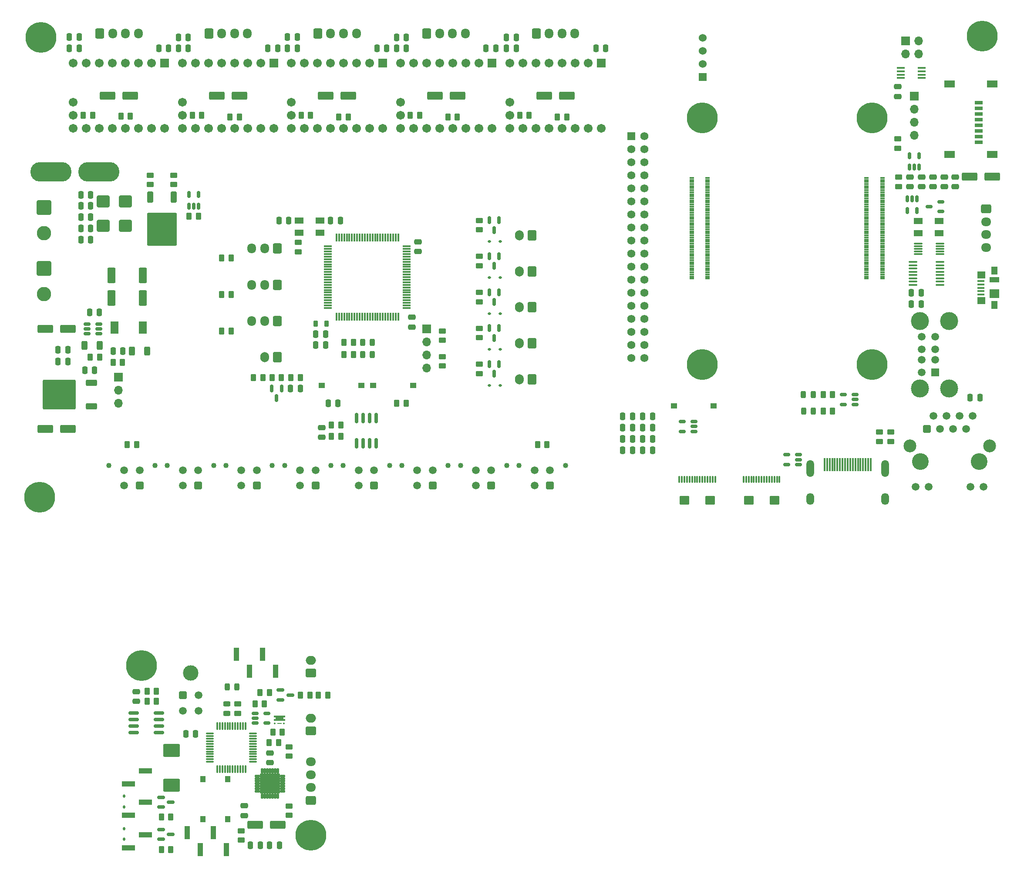
<source format=gbr>
%TF.GenerationSoftware,KiCad,Pcbnew,8.0.9*%
%TF.CreationDate,2025-08-04T10:44:23+12:00*%
%TF.ProjectId,xymatics-e64,78796d61-7469-4637-932d-6536342e6b69,rev?*%
%TF.SameCoordinates,Original*%
%TF.FileFunction,Soldermask,Top*%
%TF.FilePolarity,Negative*%
%FSLAX46Y46*%
G04 Gerber Fmt 4.6, Leading zero omitted, Abs format (unit mm)*
G04 Created by KiCad (PCBNEW 8.0.9) date 2025-08-04 10:44:23*
%MOMM*%
%LPD*%
G01*
G04 APERTURE LIST*
G04 Aperture macros list*
%AMRoundRect*
0 Rectangle with rounded corners*
0 $1 Rounding radius*
0 $2 $3 $4 $5 $6 $7 $8 $9 X,Y pos of 4 corners*
0 Add a 4 corners polygon primitive as box body*
4,1,4,$2,$3,$4,$5,$6,$7,$8,$9,$2,$3,0*
0 Add four circle primitives for the rounded corners*
1,1,$1+$1,$2,$3*
1,1,$1+$1,$4,$5*
1,1,$1+$1,$6,$7*
1,1,$1+$1,$8,$9*
0 Add four rect primitives between the rounded corners*
20,1,$1+$1,$2,$3,$4,$5,0*
20,1,$1+$1,$4,$5,$6,$7,0*
20,1,$1+$1,$6,$7,$8,$9,0*
20,1,$1+$1,$8,$9,$2,$3,0*%
%AMFreePoly0*
4,1,15,1.100000,0.175000,0.750000,0.175000,0.750000,-0.175000,1.100000,-0.175000,1.100000,-0.475000,0.750000,-0.475000,-0.750000,-0.475000,-1.100000,-0.475000,-1.100000,-0.175000,-0.750000,-0.175000,-0.750000,0.175000,-1.100000,0.175000,-1.100000,0.475000,1.100000,0.475000,1.100000,0.175000,1.100000,0.175000,$1*%
G04 Aperture macros list end*
%ADD10RoundRect,0.250000X-0.262500X-0.450000X0.262500X-0.450000X0.262500X0.450000X-0.262500X0.450000X0*%
%ADD11RoundRect,0.250000X0.262500X0.450000X-0.262500X0.450000X-0.262500X-0.450000X0.262500X-0.450000X0*%
%ADD12RoundRect,0.250000X-0.250000X-0.475000X0.250000X-0.475000X0.250000X0.475000X-0.250000X0.475000X0*%
%ADD13R,2.510000X1.000000*%
%ADD14RoundRect,0.250000X0.600000X0.750000X-0.600000X0.750000X-0.600000X-0.750000X0.600000X-0.750000X0*%
%ADD15O,1.700000X2.000000*%
%ADD16RoundRect,0.250000X0.250000X0.475000X-0.250000X0.475000X-0.250000X-0.475000X0.250000X-0.475000X0*%
%ADD17RoundRect,0.250000X0.550000X-1.250000X0.550000X1.250000X-0.550000X1.250000X-0.550000X-1.250000X0*%
%ADD18RoundRect,0.075000X-0.075000X0.662500X-0.075000X-0.662500X0.075000X-0.662500X0.075000X0.662500X0*%
%ADD19RoundRect,0.075000X-0.662500X0.075000X-0.662500X-0.075000X0.662500X-0.075000X0.662500X0.075000X0*%
%ADD20RoundRect,0.102000X-0.754000X0.754000X-0.754000X-0.754000X0.754000X-0.754000X0.754000X0.754000X0*%
%ADD21C,1.712000*%
%ADD22RoundRect,0.250000X0.475000X-0.250000X0.475000X0.250000X-0.475000X0.250000X-0.475000X-0.250000X0*%
%ADD23C,1.020000*%
%ADD24RoundRect,0.250001X0.499999X0.499999X-0.499999X0.499999X-0.499999X-0.499999X0.499999X-0.499999X0*%
%ADD25C,1.500000*%
%ADD26RoundRect,0.150000X0.512500X0.150000X-0.512500X0.150000X-0.512500X-0.150000X0.512500X-0.150000X0*%
%ADD27RoundRect,0.218750X-0.218750X-0.381250X0.218750X-0.381250X0.218750X0.381250X-0.218750X0.381250X0*%
%ADD28RoundRect,0.150000X-0.150000X0.587500X-0.150000X-0.587500X0.150000X-0.587500X0.150000X0.587500X0*%
%ADD29RoundRect,0.250000X-1.250000X-0.550000X1.250000X-0.550000X1.250000X0.550000X-1.250000X0.550000X0*%
%ADD30R,1.700000X1.700000*%
%ADD31O,1.700000X1.700000*%
%ADD32RoundRect,0.250000X0.725000X-0.600000X0.725000X0.600000X-0.725000X0.600000X-0.725000X-0.600000X0*%
%ADD33O,1.950000X1.700000*%
%ADD34RoundRect,0.075000X-0.075000X-0.610000X0.075000X-0.610000X0.075000X0.610000X-0.075000X0.610000X0*%
%ADD35RoundRect,0.250250X-0.699750X-0.624750X0.699750X-0.624750X0.699750X0.624750X-0.699750X0.624750X0*%
%ADD36C,6.000000*%
%ADD37RoundRect,0.250000X-1.400000X-1.000000X1.400000X-1.000000X1.400000X1.000000X-1.400000X1.000000X0*%
%ADD38RoundRect,0.100000X0.712500X0.100000X-0.712500X0.100000X-0.712500X-0.100000X0.712500X-0.100000X0*%
%ADD39RoundRect,0.250000X-0.450000X0.262500X-0.450000X-0.262500X0.450000X-0.262500X0.450000X0.262500X0*%
%ADD40RoundRect,0.112500X0.187500X0.112500X-0.187500X0.112500X-0.187500X-0.112500X0.187500X-0.112500X0*%
%ADD41R,1.250000X1.000000*%
%ADD42RoundRect,0.250000X-0.600000X-0.725000X0.600000X-0.725000X0.600000X0.725000X-0.600000X0.725000X0*%
%ADD43O,1.700000X1.950000*%
%ADD44RoundRect,0.250000X0.850000X0.350000X-0.850000X0.350000X-0.850000X-0.350000X0.850000X-0.350000X0*%
%ADD45RoundRect,0.249997X2.950003X2.650003X-2.950003X2.650003X-2.950003X-2.650003X2.950003X-2.650003X0*%
%ADD46RoundRect,0.250000X1.250000X0.550000X-1.250000X0.550000X-1.250000X-0.550000X1.250000X-0.550000X0*%
%ADD47R,1.000000X1.250000*%
%ADD48RoundRect,0.150000X0.150000X-0.512500X0.150000X0.512500X-0.150000X0.512500X-0.150000X-0.512500X0*%
%ADD49RoundRect,0.250000X1.000000X0.900000X-1.000000X0.900000X-1.000000X-0.900000X1.000000X-0.900000X0*%
%ADD50R,1.524000X0.457200*%
%ADD51RoundRect,0.250000X0.600000X0.725000X-0.600000X0.725000X-0.600000X-0.725000X0.600000X-0.725000X0*%
%ADD52RoundRect,0.150000X-0.587500X-0.150000X0.587500X-0.150000X0.587500X0.150000X-0.587500X0.150000X0*%
%ADD53RoundRect,0.250000X0.312500X0.625000X-0.312500X0.625000X-0.312500X-0.625000X0.312500X-0.625000X0*%
%ADD54RoundRect,0.250000X0.450000X-0.262500X0.450000X0.262500X-0.450000X0.262500X-0.450000X-0.262500X0*%
%ADD55C,3.250000*%
%ADD56RoundRect,0.250500X-0.499500X-0.499500X0.499500X-0.499500X0.499500X0.499500X-0.499500X0.499500X0*%
%ADD57C,2.500000*%
%ADD58R,1.000000X2.510000*%
%ADD59R,1.500000X1.500000*%
%ADD60C,3.500000*%
%ADD61RoundRect,0.150000X-0.512500X-0.150000X0.512500X-0.150000X0.512500X0.150000X-0.512500X0.150000X0*%
%ADD62RoundRect,0.243750X0.243750X0.456250X-0.243750X0.456250X-0.243750X-0.456250X0.243750X-0.456250X0*%
%ADD63RoundRect,0.250000X0.750000X-0.600000X0.750000X0.600000X-0.750000X0.600000X-0.750000X-0.600000X0*%
%ADD64O,2.000000X1.700000*%
%ADD65RoundRect,0.102000X-0.685000X0.685000X-0.685000X-0.685000X0.685000X-0.685000X0.685000X0.685000X0*%
%ADD66C,1.574000*%
%ADD67C,3.000000*%
%ADD68RoundRect,0.250001X-0.499999X-0.499999X0.499999X-0.499999X0.499999X0.499999X-0.499999X0.499999X0*%
%ADD69RoundRect,0.250000X-0.475000X0.250000X-0.475000X-0.250000X0.475000X-0.250000X0.475000X0.250000X0*%
%ADD70RoundRect,0.243750X-0.243750X-0.456250X0.243750X-0.456250X0.243750X0.456250X-0.243750X0.456250X0*%
%ADD71R,1.500000X0.800000*%
%ADD72R,2.000000X1.450000*%
%ADD73RoundRect,0.150000X-0.825000X-0.150000X0.825000X-0.150000X0.825000X0.150000X-0.825000X0.150000X0*%
%ADD74RoundRect,0.150000X-0.150000X0.512500X-0.150000X-0.512500X0.150000X-0.512500X0.150000X0.512500X0*%
%ADD75RoundRect,0.243750X0.456250X-0.243750X0.456250X0.243750X-0.456250X0.243750X-0.456250X-0.243750X0*%
%ADD76RoundRect,0.112500X-0.112500X0.187500X-0.112500X-0.187500X0.112500X-0.187500X0.112500X0.187500X0*%
%ADD77R,1.524000X1.524000*%
%ADD78C,1.524000*%
%ADD79R,1.500000X2.400000*%
%ADD80RoundRect,0.102000X-0.350000X0.100000X-0.350000X-0.100000X0.350000X-0.100000X0.350000X0.100000X0*%
%ADD81C,6.004000*%
%ADD82RoundRect,0.075000X-0.725000X-0.075000X0.725000X-0.075000X0.725000X0.075000X-0.725000X0.075000X0*%
%ADD83RoundRect,0.075000X-0.075000X-0.725000X0.075000X-0.725000X0.075000X0.725000X-0.075000X0.725000X0*%
%ADD84RoundRect,0.059250X-0.177750X0.447750X-0.177750X-0.447750X0.177750X-0.447750X0.177750X0.447750X0*%
%ADD85RoundRect,0.059250X-0.447750X0.177750X-0.447750X-0.177750X0.447750X-0.177750X0.447750X0.177750X0*%
%ADD86RoundRect,0.102000X-1.850000X1.850000X-1.850000X-1.850000X1.850000X-1.850000X1.850000X1.850000X0*%
%ADD87R,1.380000X0.450000*%
%ADD88R,1.300000X1.650000*%
%ADD89R,1.550000X1.425000*%
%ADD90R,1.900000X1.800000*%
%ADD91R,1.900000X1.000000*%
%ADD92RoundRect,0.250000X-0.725000X0.600000X-0.725000X-0.600000X0.725000X-0.600000X0.725000X0.600000X0*%
%ADD93RoundRect,0.087500X-0.725000X-0.087500X0.725000X-0.087500X0.725000X0.087500X-0.725000X0.087500X0*%
%ADD94RoundRect,0.250001X-1.149999X1.149999X-1.149999X-1.149999X1.149999X-1.149999X1.149999X1.149999X0*%
%ADD95C,2.800000*%
%ADD96RoundRect,0.250000X-0.350000X0.850000X-0.350000X-0.850000X0.350000X-0.850000X0.350000X0.850000X0*%
%ADD97RoundRect,0.249997X-2.650003X2.950003X-2.650003X-2.950003X2.650003X-2.950003X2.650003X2.950003X0*%
%ADD98R,1.800000X1.200000*%
%ADD99FreePoly0,0.000000*%
%ADD100RoundRect,0.075000X-0.100000X-0.075000X0.100000X-0.075000X0.100000X0.075000X-0.100000X0.075000X0*%
%ADD101RoundRect,0.058750X-0.376250X-0.058750X0.376250X-0.058750X0.376250X0.058750X-0.376250X0.058750X0*%
%ADD102R,0.300000X2.600000*%
%ADD103O,1.500000X3.300000*%
%ADD104O,1.500000X2.300000*%
%ADD105RoundRect,0.150000X-0.150000X0.825000X-0.150000X-0.825000X0.150000X-0.825000X0.150000X0.825000X0*%
%ADD106O,8.000000X3.800000*%
G04 APERTURE END LIST*
D10*
%TO.C,R47*%
X82387500Y-188300000D03*
X84212500Y-188300000D03*
%TD*%
D11*
%TO.C,R41*%
X81412500Y-157500000D03*
X79587500Y-157500000D03*
%TD*%
D12*
%TO.C,C71*%
X66750000Y-67400000D03*
X68650000Y-67400000D03*
%TD*%
D13*
%TO.C,J34*%
X79255000Y-185430000D03*
X75945000Y-187970000D03*
%TD*%
D14*
%TO.C,J29*%
X154500000Y-89800000D03*
D15*
X152000000Y-89800000D03*
%TD*%
D16*
%TO.C,C31*%
X126200000Y-32425000D03*
X124300000Y-32425000D03*
%TD*%
D17*
%TO.C,C49*%
X72700000Y-81000000D03*
X72700000Y-76600000D03*
%TD*%
D18*
%TO.C,U20*%
X98750000Y-164337500D03*
X98250000Y-164337500D03*
X97750000Y-164337500D03*
X97250000Y-164337500D03*
X96750000Y-164337500D03*
X96250000Y-164337500D03*
X95750000Y-164337500D03*
X95250000Y-164337500D03*
X94750000Y-164337500D03*
X94250000Y-164337500D03*
X93750000Y-164337500D03*
X93250000Y-164337500D03*
D19*
X91837500Y-165750000D03*
X91837500Y-166250000D03*
X91837500Y-166750000D03*
X91837500Y-167250000D03*
X91837500Y-167750000D03*
X91837500Y-168250000D03*
X91837500Y-168750000D03*
X91837500Y-169250000D03*
X91837500Y-169750000D03*
X91837500Y-170250000D03*
X91837500Y-170750000D03*
X91837500Y-171250000D03*
D18*
X93250000Y-172662500D03*
X93750000Y-172662500D03*
X94250000Y-172662500D03*
X94750000Y-172662500D03*
X95250000Y-172662500D03*
X95750000Y-172662500D03*
X96250000Y-172662500D03*
X96750000Y-172662500D03*
X97250000Y-172662500D03*
X97750000Y-172662500D03*
X98250000Y-172662500D03*
X98750000Y-172662500D03*
D19*
X100162500Y-171250000D03*
X100162500Y-170750000D03*
X100162500Y-170250000D03*
X100162500Y-169750000D03*
X100162500Y-169250000D03*
X100162500Y-168750000D03*
X100162500Y-168250000D03*
X100162500Y-167750000D03*
X100162500Y-167250000D03*
X100162500Y-166750000D03*
X100162500Y-166250000D03*
X100162500Y-165750000D03*
%TD*%
D20*
%TO.C,U12*%
X104250000Y-35225000D03*
D21*
X101710000Y-35225000D03*
X99170000Y-35225000D03*
X96630000Y-35225000D03*
X94090000Y-35225000D03*
X91550000Y-35225000D03*
X89010000Y-35225000D03*
X86470000Y-35225000D03*
X104250000Y-47925000D03*
X101710000Y-47925000D03*
X99170000Y-47925000D03*
X96630000Y-47925000D03*
X94090000Y-47925000D03*
X91550000Y-47925000D03*
X89010000Y-47925000D03*
X86470000Y-47925000D03*
X86470000Y-42845000D03*
X86470000Y-45385000D03*
%TD*%
D17*
%TO.C,C48*%
X78800000Y-81000000D03*
X78800000Y-76600000D03*
%TD*%
D22*
%TO.C,C9*%
X236800000Y-59350000D03*
X236800000Y-57450000D03*
%TD*%
D23*
%TO.C,J20*%
X115350000Y-113560000D03*
X106350000Y-113560000D03*
D24*
X112350000Y-117500000D03*
D25*
X109350000Y-117500000D03*
X112350000Y-114500000D03*
X109350000Y-114500000D03*
%TD*%
D11*
%TO.C,R12*%
X139942500Y-45760000D03*
X138117500Y-45760000D03*
%TD*%
%TO.C,R48*%
X102112500Y-96500000D03*
X100287500Y-96500000D03*
%TD*%
D10*
%TO.C,R46*%
X82387500Y-182000000D03*
X84212500Y-182000000D03*
%TD*%
D22*
%TO.C,C8*%
X234650000Y-59350000D03*
X234650000Y-57450000D03*
%TD*%
D14*
%TO.C,J28*%
X154500000Y-82800000D03*
D15*
X152000000Y-82800000D03*
%TD*%
D11*
%TO.C,R52*%
X111250000Y-158250000D03*
X109425000Y-158250000D03*
%TD*%
D26*
%TO.C,U3*%
X206275000Y-113400000D03*
X206275000Y-112450000D03*
X206275000Y-111500000D03*
X204000000Y-111500000D03*
X204000000Y-113400000D03*
%TD*%
D11*
%TO.C,R43*%
X102412500Y-160000000D03*
X100587500Y-160000000D03*
%TD*%
D27*
%TO.C,L2*%
X112400000Y-86000000D03*
X114525000Y-86000000D03*
%TD*%
D12*
%TO.C,C3*%
X228250000Y-82200000D03*
X230150000Y-82200000D03*
%TD*%
D28*
%TO.C,Q6*%
X148050000Y-93862500D03*
X146150000Y-93862500D03*
X147100000Y-95737500D03*
%TD*%
D29*
%TO.C,C38*%
X135560000Y-41575000D03*
X139960000Y-41575000D03*
%TD*%
D30*
%TO.C,J9*%
X227125000Y-30925000D03*
D31*
X229665000Y-30925000D03*
X227125000Y-33465000D03*
X229665000Y-33465000D03*
%TD*%
D32*
%TO.C,J44*%
X111475000Y-178750000D03*
D33*
X111475000Y-176250000D03*
X111475000Y-173750000D03*
X111475000Y-171250000D03*
%TD*%
D12*
%TO.C,C81*%
X66750000Y-60900000D03*
X68650000Y-60900000D03*
%TD*%
D16*
%TO.C,C39*%
X168800000Y-32425000D03*
X166900000Y-32425000D03*
%TD*%
D34*
%TO.C,J4*%
X183100000Y-116270000D03*
X183600000Y-116270000D03*
X184100000Y-116270000D03*
X184600000Y-116270000D03*
X185100000Y-116270000D03*
X185600000Y-116270000D03*
X186100000Y-116270000D03*
X186600000Y-116270000D03*
X187100000Y-116270000D03*
X187600000Y-116270000D03*
X188100000Y-116270000D03*
X188600000Y-116270000D03*
X189100000Y-116270000D03*
X189600000Y-116270000D03*
X190100000Y-116270000D03*
D35*
X184100000Y-120340000D03*
X189100000Y-120340000D03*
%TD*%
D36*
%TO.C,H2*%
X111500000Y-185560000D03*
%TD*%
D26*
%TO.C,U16*%
X70237500Y-87950000D03*
X70237500Y-87000000D03*
X70237500Y-86050000D03*
X67962500Y-86050000D03*
X67962500Y-87000000D03*
X67962500Y-87950000D03*
%TD*%
D28*
%TO.C,Q4*%
X148050000Y-79862500D03*
X146150000Y-79862500D03*
X147100000Y-81737500D03*
%TD*%
D10*
%TO.C,R49*%
X103887500Y-96500000D03*
X105712500Y-96500000D03*
%TD*%
D37*
%TO.C,D14*%
X84400000Y-169000000D03*
X84400000Y-175800000D03*
%TD*%
D11*
%TO.C,R11*%
X118742500Y-45760000D03*
X116917500Y-45760000D03*
%TD*%
D38*
%TO.C,U4*%
X233837500Y-78422500D03*
X233837500Y-77787500D03*
X233837500Y-77152500D03*
X233837500Y-76517500D03*
X233837500Y-75882500D03*
X233837500Y-75247500D03*
X233837500Y-74612500D03*
X233837500Y-73977500D03*
X228562500Y-73977500D03*
X228562500Y-74612500D03*
X228562500Y-75247500D03*
X228562500Y-75882500D03*
X228562500Y-76517500D03*
X228562500Y-77152500D03*
X228562500Y-77787500D03*
X228562500Y-78422500D03*
%TD*%
D39*
%TO.C,R38*%
X137000000Y-87387500D03*
X137000000Y-89212500D03*
%TD*%
D13*
%TO.C,J33*%
X79255000Y-179130000D03*
X75945000Y-181670000D03*
%TD*%
D14*
%TO.C,J35*%
X104950000Y-92500000D03*
D15*
X102450000Y-92500000D03*
%TD*%
D16*
%TO.C,C47*%
X74900000Y-91300000D03*
X73000000Y-91300000D03*
%TD*%
D30*
%TO.C,J12*%
X134000000Y-87000000D03*
D31*
X134000000Y-89540000D03*
X134000000Y-92080000D03*
X134000000Y-94620000D03*
%TD*%
D40*
%TO.C,D5*%
X148250000Y-70000000D03*
X146150000Y-70000000D03*
%TD*%
D16*
%TO.C,C27*%
X105000000Y-32425000D03*
X103100000Y-32425000D03*
%TD*%
D29*
%TO.C,C34*%
X114360000Y-41575000D03*
X118760000Y-41575000D03*
%TD*%
D10*
%TO.C,R81*%
X117925000Y-92000000D03*
X119750000Y-92000000D03*
%TD*%
D41*
%TO.C,SW1*%
X189800000Y-102000000D03*
X182050000Y-102000000D03*
%TD*%
D12*
%TO.C,C37*%
X128100000Y-30235000D03*
X130000000Y-30235000D03*
%TD*%
D20*
%TO.C,U11*%
X83050000Y-35225000D03*
D21*
X80510000Y-35225000D03*
X77970000Y-35225000D03*
X75430000Y-35225000D03*
X72890000Y-35225000D03*
X70350000Y-35225000D03*
X67810000Y-35225000D03*
X65270000Y-35225000D03*
X83050000Y-47925000D03*
X80510000Y-47925000D03*
X77970000Y-47925000D03*
X75430000Y-47925000D03*
X72890000Y-47925000D03*
X70350000Y-47925000D03*
X67810000Y-47925000D03*
X65270000Y-47925000D03*
X65270000Y-42845000D03*
X65270000Y-45385000D03*
%TD*%
D12*
%TO.C,C85*%
X66750000Y-63000000D03*
X68650000Y-63000000D03*
%TD*%
D29*
%TO.C,C30*%
X93160000Y-41575000D03*
X97560000Y-41575000D03*
%TD*%
D42*
%TO.C,J39*%
X91610000Y-29500000D03*
D43*
X94110000Y-29500000D03*
X96610000Y-29500000D03*
X99110000Y-29500000D03*
%TD*%
D12*
%TO.C,C16*%
X176000000Y-108400000D03*
X177900000Y-108400000D03*
%TD*%
D44*
%TO.C,U17*%
X68800000Y-102080000D03*
D45*
X62500000Y-99800000D03*
D44*
X68800000Y-97520000D03*
%TD*%
D11*
%TO.C,R18*%
X153912500Y-45385000D03*
X152087500Y-45385000D03*
%TD*%
D46*
%TO.C,C5*%
X243950000Y-57400000D03*
X239550000Y-57400000D03*
%TD*%
D40*
%TO.C,D7*%
X148250000Y-84000000D03*
X146150000Y-84000000D03*
%TD*%
D39*
%TO.C,R72*%
X84760000Y-57075000D03*
X84760000Y-58900000D03*
%TD*%
D47*
%TO.C,SW5*%
X95300000Y-182375000D03*
X95300000Y-174625000D03*
%TD*%
D29*
%TO.C,C26*%
X71960000Y-41575000D03*
X76360000Y-41575000D03*
%TD*%
D46*
%TO.C,C43*%
X64200000Y-87000000D03*
X59800000Y-87000000D03*
%TD*%
D48*
%TO.C,U2*%
X227850000Y-55537500D03*
X228800000Y-55537500D03*
X229750000Y-55537500D03*
X229750000Y-53262500D03*
X227850000Y-53262500D03*
%TD*%
D49*
%TO.C,D4*%
X75350000Y-66900000D03*
X71050000Y-66900000D03*
%TD*%
D11*
%TO.C,R17*%
X132612500Y-45385000D03*
X130787500Y-45385000D03*
%TD*%
D36*
%TO.C,H4*%
X242000000Y-30000000D03*
%TD*%
D20*
%TO.C,U13*%
X125450000Y-35225000D03*
D21*
X122910000Y-35225000D03*
X120370000Y-35225000D03*
X117830000Y-35225000D03*
X115290000Y-35225000D03*
X112750000Y-35225000D03*
X110210000Y-35225000D03*
X107670000Y-35225000D03*
X125450000Y-47925000D03*
X122910000Y-47925000D03*
X120370000Y-47925000D03*
X117830000Y-47925000D03*
X115290000Y-47925000D03*
X112750000Y-47925000D03*
X110210000Y-47925000D03*
X107670000Y-47925000D03*
X107670000Y-42845000D03*
X107670000Y-45385000D03*
%TD*%
D28*
%TO.C,Q5*%
X148050000Y-86862500D03*
X146150000Y-86862500D03*
X147100000Y-88737500D03*
%TD*%
D42*
%TO.C,J40*%
X112810000Y-29500000D03*
D43*
X115310000Y-29500000D03*
X117810000Y-29500000D03*
X120310000Y-29500000D03*
%TD*%
D50*
%TO.C,U9*%
X226155300Y-36225001D03*
X226155300Y-36874999D03*
X226155300Y-37525001D03*
X226155300Y-38174999D03*
X230244700Y-38174999D03*
X230244700Y-37525001D03*
X230244700Y-36874999D03*
X230244700Y-36225001D03*
%TD*%
D51*
%TO.C,J13*%
X104950000Y-71300000D03*
D43*
X102450000Y-71300000D03*
X99950000Y-71300000D03*
%TD*%
D16*
%TO.C,C46*%
X70350000Y-83800000D03*
X68450000Y-83800000D03*
%TD*%
D10*
%TO.C,R26*%
X75737500Y-109500000D03*
X77562500Y-109500000D03*
%TD*%
D23*
%TO.C,J18*%
X92550000Y-113560000D03*
X83550000Y-113560000D03*
D24*
X89550000Y-117500000D03*
D25*
X86550000Y-117500000D03*
X89550000Y-114500000D03*
X86550000Y-114500000D03*
%TD*%
D11*
%TO.C,R7*%
X129982500Y-101500000D03*
X128157500Y-101500000D03*
%TD*%
D52*
%TO.C,Q9*%
X82362500Y-184450000D03*
X82362500Y-186350000D03*
X84237500Y-185400000D03*
%TD*%
D16*
%TO.C,C44*%
X64200000Y-91100000D03*
X62300000Y-91100000D03*
%TD*%
D53*
%TO.C,R22*%
X70362500Y-90200000D03*
X67437500Y-90200000D03*
%TD*%
D11*
%TO.C,R10*%
X97542500Y-45760000D03*
X95717500Y-45760000D03*
%TD*%
D13*
%TO.C,J43*%
X79255000Y-173030000D03*
X75945000Y-175570000D03*
%TD*%
D28*
%TO.C,D12*%
X105750000Y-98600000D03*
X103850000Y-98600000D03*
X104800000Y-100475000D03*
%TD*%
D54*
%TO.C,R71*%
X80200000Y-58900000D03*
X80200000Y-57075000D03*
%TD*%
D12*
%TO.C,C28*%
X85700000Y-32425000D03*
X87600000Y-32425000D03*
%TD*%
D55*
%TO.C,J1*%
X229965000Y-112800000D03*
X241395000Y-112800000D03*
D56*
X231240000Y-106440000D03*
D25*
X232500000Y-103900000D03*
X233780000Y-106440000D03*
X235040000Y-103900000D03*
X236320000Y-106440000D03*
X237580000Y-103900000D03*
X238860000Y-106440000D03*
X240120000Y-103900000D03*
X229055000Y-117700000D03*
X231595000Y-117700000D03*
X239765000Y-117700000D03*
X242305000Y-117700000D03*
D57*
X227935000Y-109750000D03*
X243425000Y-109750000D03*
%TD*%
D12*
%TO.C,C15*%
X176000000Y-106200000D03*
X177900000Y-106200000D03*
%TD*%
%TO.C,C14*%
X176000000Y-104000000D03*
X177900000Y-104000000D03*
%TD*%
%TO.C,C4*%
X228250000Y-80000000D03*
X230150000Y-80000000D03*
%TD*%
D11*
%TO.C,R19*%
X95950000Y-73225000D03*
X94125000Y-73225000D03*
%TD*%
D16*
%TO.C,C11*%
X174000000Y-106200000D03*
X172100000Y-106200000D03*
%TD*%
D11*
%TO.C,R16*%
X111412500Y-45385000D03*
X109587500Y-45385000D03*
%TD*%
D12*
%TO.C,C79*%
X103450000Y-187500000D03*
X105350000Y-187500000D03*
%TD*%
D39*
%TO.C,R1*%
X222000000Y-107087500D03*
X222000000Y-108912500D03*
%TD*%
D10*
%TO.C,R80*%
X117925000Y-89600000D03*
X119750000Y-89600000D03*
%TD*%
D58*
%TO.C,J45*%
X95010000Y-188355000D03*
X92470000Y-185045000D03*
X89930000Y-188355000D03*
X87390000Y-185045000D03*
%TD*%
D22*
%TO.C,C20*%
X132300000Y-71950000D03*
X132300000Y-70050000D03*
%TD*%
D10*
%TO.C,R5*%
X211081300Y-99800000D03*
X212906300Y-99800000D03*
%TD*%
D22*
%TO.C,C19*%
X131100000Y-86650000D03*
X131100000Y-84750000D03*
%TD*%
D59*
%TO.C,J7*%
X232857700Y-95500000D03*
D25*
X232857700Y-93000000D03*
X232857700Y-91000000D03*
X232857700Y-88500000D03*
X230237700Y-95500000D03*
X230237700Y-93000000D03*
X230237700Y-91000000D03*
X230237700Y-88500000D03*
D60*
X235567700Y-98570000D03*
X235567700Y-85430000D03*
X229887700Y-98570000D03*
X229887700Y-85430000D03*
%TD*%
D22*
%TO.C,C56*%
X77500000Y-159500000D03*
X77500000Y-157600000D03*
%TD*%
D61*
%TO.C,U22*%
X100612500Y-161800000D03*
X100612500Y-162750000D03*
X100612500Y-163700000D03*
X102887500Y-163700000D03*
X102887500Y-161800000D03*
%TD*%
D30*
%TO.C,J10*%
X228800000Y-41660000D03*
D31*
X228800000Y-44200000D03*
X228800000Y-46740000D03*
X228800000Y-49280000D03*
%TD*%
D26*
%TO.C,D1*%
X233937500Y-64150000D03*
X233937500Y-62250000D03*
X231662500Y-63200000D03*
%TD*%
D14*
%TO.C,J25*%
X154500000Y-68800000D03*
D15*
X152000000Y-68800000D03*
%TD*%
D52*
%TO.C,Q8*%
X82325000Y-178150000D03*
X82325000Y-180050000D03*
X84200000Y-179100000D03*
%TD*%
D62*
%TO.C,D18*%
X123375000Y-89600000D03*
X121500000Y-89600000D03*
%TD*%
D63*
%TO.C,J26*%
X111500000Y-165250000D03*
D64*
X111500000Y-162750000D03*
%TD*%
D47*
%TO.C,SW4*%
X90500000Y-182375000D03*
X90500000Y-174625000D03*
%TD*%
D42*
%TO.C,J42*%
X134010000Y-29500000D03*
D43*
X136510000Y-29500000D03*
X139010000Y-29500000D03*
X141510000Y-29500000D03*
%TD*%
D23*
%TO.C,J23*%
X149550000Y-113560000D03*
X140550000Y-113560000D03*
D24*
X146550000Y-117500000D03*
D25*
X143550000Y-117500000D03*
X146550000Y-114500000D03*
X143550000Y-114500000D03*
%TD*%
D39*
%TO.C,R34*%
X144200000Y-86887500D03*
X144200000Y-88712500D03*
%TD*%
D58*
%TO.C,J41*%
X96990000Y-150345000D03*
X99530000Y-153655000D03*
X102070000Y-150345000D03*
X104610000Y-153655000D03*
%TD*%
D65*
%TO.C,J11*%
X173800000Y-49480000D03*
D66*
X176340000Y-49480000D03*
X173800000Y-52020000D03*
X176340000Y-52020000D03*
X173800000Y-54560000D03*
X176340000Y-54560000D03*
X173800000Y-57100000D03*
X176340000Y-57100000D03*
X173800000Y-59640000D03*
X176340000Y-59640000D03*
X173800000Y-62180000D03*
X176340000Y-62180000D03*
X173800000Y-64720000D03*
X176340000Y-64720000D03*
X173800000Y-67260000D03*
X176340000Y-67260000D03*
X173800000Y-69800000D03*
X176340000Y-69800000D03*
X173800000Y-72340000D03*
X176340000Y-72340000D03*
X173800000Y-74880000D03*
X176340000Y-74880000D03*
X173800000Y-77420000D03*
X176340000Y-77420000D03*
X173800000Y-79960000D03*
X176340000Y-79960000D03*
X173800000Y-82500000D03*
X176340000Y-82500000D03*
X173800000Y-85040000D03*
X176340000Y-85040000D03*
X173800000Y-87580000D03*
X176340000Y-87580000D03*
X173800000Y-90120000D03*
X176340000Y-90120000D03*
X173800000Y-92660000D03*
X176340000Y-92660000D03*
%TD*%
D67*
%TO.C,J31*%
X88100000Y-154000000D03*
D68*
X86600000Y-158320000D03*
D25*
X89600000Y-158320000D03*
X86600000Y-161320000D03*
X89600000Y-161320000D03*
%TD*%
D69*
%TO.C,C74*%
X103500000Y-169550000D03*
X103500000Y-171450000D03*
%TD*%
D63*
%TO.C,J36*%
X111475000Y-154000000D03*
D64*
X111475000Y-151500000D03*
%TD*%
D23*
%TO.C,J24*%
X160950000Y-113560000D03*
X151950000Y-113560000D03*
D24*
X157950000Y-117500000D03*
D25*
X154950000Y-117500000D03*
X157950000Y-114500000D03*
X154950000Y-114500000D03*
%TD*%
D70*
%TO.C,D17*%
X95162500Y-156700000D03*
X97037500Y-156700000D03*
%TD*%
D23*
%TO.C,J22*%
X138150000Y-113560000D03*
X129150000Y-113560000D03*
D24*
X135150000Y-117500000D03*
D25*
X132150000Y-117500000D03*
X135150000Y-114500000D03*
X132150000Y-114500000D03*
%TD*%
D69*
%TO.C,C18*%
X225600000Y-39850000D03*
X225600000Y-41750000D03*
%TD*%
D16*
%TO.C,C45*%
X64200000Y-93310000D03*
X62300000Y-93310000D03*
%TD*%
D51*
%TO.C,J14*%
X104950000Y-78425000D03*
D43*
X102450000Y-78425000D03*
X99950000Y-78425000D03*
%TD*%
D71*
%TO.C,J2*%
X241327500Y-43000000D03*
X241327500Y-44100000D03*
X241327500Y-45200000D03*
X241327500Y-46300000D03*
X241327500Y-47400000D03*
X241327500Y-48500000D03*
X241327500Y-49600000D03*
X241327500Y-50700000D03*
D72*
X243927500Y-39325000D03*
X235627500Y-39325000D03*
X243927500Y-53075000D03*
X235627500Y-53075000D03*
%TD*%
D73*
%TO.C,U21*%
X77000000Y-161730000D03*
X77000000Y-163000000D03*
X77000000Y-164270000D03*
X77000000Y-165540000D03*
X81950000Y-165540000D03*
X81950000Y-164270000D03*
X81950000Y-163000000D03*
X81950000Y-161730000D03*
%TD*%
D53*
%TO.C,R24*%
X79625000Y-91300000D03*
X76700000Y-91300000D03*
%TD*%
D39*
%TO.C,R33*%
X144200000Y-79887500D03*
X144200000Y-81712500D03*
%TD*%
D74*
%TO.C,U6*%
X229350000Y-61662500D03*
X228400000Y-61662500D03*
X227450000Y-61662500D03*
X227450000Y-63937500D03*
X229350000Y-63937500D03*
%TD*%
D22*
%TO.C,C6*%
X230250000Y-59350000D03*
X230250000Y-57450000D03*
%TD*%
D11*
%TO.C,R14*%
X69025000Y-45385000D03*
X67200000Y-45385000D03*
%TD*%
%TO.C,R53*%
X103412500Y-157750000D03*
X101587500Y-157750000D03*
%TD*%
D75*
%TO.C,D16*%
X95100000Y-161837500D03*
X95100000Y-159962500D03*
%TD*%
D14*
%TO.C,J30*%
X154500000Y-96800000D03*
D15*
X152000000Y-96800000D03*
%TD*%
D54*
%TO.C,R39*%
X137000000Y-94212500D03*
X137000000Y-92387500D03*
%TD*%
D52*
%TO.C,D13*%
X105562500Y-157300000D03*
X105562500Y-159200000D03*
X107437500Y-158250000D03*
%TD*%
D76*
%TO.C,D11*%
X75100000Y-184250000D03*
X75100000Y-186350000D03*
%TD*%
D10*
%TO.C,R51*%
X112925000Y-158250000D03*
X114750000Y-158250000D03*
%TD*%
D77*
%TO.C,U19*%
X187700000Y-38010000D03*
D78*
X187700000Y-35470000D03*
X187700000Y-32930000D03*
X187700000Y-30390000D03*
%TD*%
D41*
%TO.C,SW2*%
X121300000Y-98000000D03*
X113550000Y-98000000D03*
%TD*%
D12*
%TO.C,C17*%
X176000000Y-110600000D03*
X177900000Y-110600000D03*
%TD*%
D39*
%TO.C,R35*%
X144200000Y-93887500D03*
X144200000Y-95712500D03*
%TD*%
D29*
%TO.C,C42*%
X156850000Y-41575000D03*
X161250000Y-41575000D03*
%TD*%
D62*
%TO.C,D2*%
X209137500Y-103000000D03*
X207262500Y-103000000D03*
%TD*%
D39*
%TO.C,R31*%
X144200000Y-65887500D03*
X144200000Y-67712500D03*
%TD*%
D20*
%TO.C,U14*%
X146650000Y-35225000D03*
D21*
X144110000Y-35225000D03*
X141570000Y-35225000D03*
X139030000Y-35225000D03*
X136490000Y-35225000D03*
X133950000Y-35225000D03*
X131410000Y-35225000D03*
X128870000Y-35225000D03*
X146650000Y-47925000D03*
X144110000Y-47925000D03*
X141570000Y-47925000D03*
X139030000Y-47925000D03*
X136490000Y-47925000D03*
X133950000Y-47925000D03*
X131410000Y-47925000D03*
X128870000Y-47925000D03*
X128870000Y-42845000D03*
X128870000Y-45385000D03*
%TD*%
D16*
%TO.C,C10*%
X174000000Y-104000000D03*
X172100000Y-104000000D03*
%TD*%
D23*
%TO.C,J21*%
X126750000Y-113560000D03*
X117750000Y-113560000D03*
D24*
X123750000Y-117500000D03*
D25*
X120750000Y-117500000D03*
X123750000Y-114500000D03*
X120750000Y-114500000D03*
%TD*%
D11*
%TO.C,R15*%
X90225000Y-45385000D03*
X88400000Y-45385000D03*
%TD*%
D79*
%TO.C,L1*%
X73250000Y-86700000D03*
X78750000Y-86700000D03*
%TD*%
D22*
%TO.C,C7*%
X232410000Y-59350000D03*
X232410000Y-57450000D03*
%TD*%
D42*
%TO.C,J38*%
X70410000Y-29500000D03*
D43*
X72910000Y-29500000D03*
X75410000Y-29500000D03*
X77910000Y-29500000D03*
%TD*%
D80*
%TO.C,U1*%
X222602500Y-77200000D03*
X219522500Y-77200000D03*
X222602500Y-76800000D03*
X219522500Y-76800000D03*
X222602500Y-76400000D03*
X219522500Y-76400000D03*
X222602500Y-76000000D03*
X219522500Y-76000000D03*
X222602500Y-75600000D03*
X219522500Y-75600000D03*
X222602500Y-75200000D03*
X219522500Y-75200000D03*
X222602500Y-74800000D03*
X219522500Y-74800000D03*
X222602500Y-74400000D03*
X219522500Y-74400000D03*
X222602500Y-74000000D03*
X219522500Y-74000000D03*
X222602500Y-73600000D03*
X219522500Y-73600000D03*
X222602500Y-73200000D03*
X219522500Y-73200000D03*
X222602500Y-72800000D03*
X219522500Y-72800000D03*
X222602500Y-72400000D03*
X219522500Y-72400000D03*
X222602500Y-72000000D03*
X219522500Y-72000000D03*
X222602500Y-71600000D03*
X219522500Y-71600000D03*
X222602500Y-71200000D03*
X219522500Y-71200000D03*
X222602500Y-70800000D03*
X219522500Y-70800000D03*
X222602500Y-70400000D03*
X219522500Y-70400000D03*
X222602500Y-70000000D03*
X219522500Y-70000000D03*
X222602500Y-69600000D03*
X219522500Y-69600000D03*
X222602500Y-69200000D03*
X219522500Y-69200000D03*
X222602500Y-68800000D03*
X219522500Y-68800000D03*
X222602500Y-68400000D03*
X219522500Y-68400000D03*
X222602500Y-68000000D03*
X219522500Y-68000000D03*
X222602500Y-67600000D03*
X219522500Y-67600000D03*
X222602500Y-67200000D03*
X219522500Y-67200000D03*
X222602500Y-66800000D03*
X219522500Y-66800000D03*
X222602500Y-66400000D03*
X219522500Y-66400000D03*
X222602500Y-66000000D03*
X219522500Y-66000000D03*
X222602500Y-65600000D03*
X219522500Y-65600000D03*
X222602500Y-65200000D03*
X219522500Y-65200000D03*
X222602500Y-64800000D03*
X219522500Y-64800000D03*
X222602500Y-64400000D03*
X219522500Y-64400000D03*
X222602500Y-64000000D03*
X219522500Y-64000000D03*
X222602500Y-63600000D03*
X219522500Y-63600000D03*
X222602500Y-63200000D03*
X219522500Y-63200000D03*
X222602500Y-62800000D03*
X219522500Y-62800000D03*
X222602500Y-62400000D03*
X219522500Y-62400000D03*
X222602500Y-62000000D03*
X219522500Y-62000000D03*
X222602500Y-61600000D03*
X219522500Y-61600000D03*
X222602500Y-61200000D03*
X219522500Y-61200000D03*
X222602500Y-60800000D03*
X219522500Y-60800000D03*
X222602500Y-60400000D03*
X219522500Y-60400000D03*
X222602500Y-60000000D03*
X219522500Y-60000000D03*
X222602500Y-59600000D03*
X219522500Y-59600000D03*
X222602500Y-59200000D03*
X219522500Y-59200000D03*
X222602500Y-58800000D03*
X219522500Y-58800000D03*
X222602500Y-58400000D03*
X219522500Y-58400000D03*
X222602500Y-58000000D03*
X219522500Y-58000000D03*
X222602500Y-57600000D03*
X219522500Y-57600000D03*
X188602500Y-77200000D03*
X185522500Y-77200000D03*
X188602500Y-76800000D03*
X185522500Y-76800000D03*
X188602500Y-76400000D03*
X185522500Y-76400000D03*
X188602500Y-76000000D03*
X185522500Y-76000000D03*
X188602500Y-75600000D03*
X185522500Y-75600000D03*
X188602500Y-75200000D03*
X185522500Y-75200000D03*
X188602500Y-74800000D03*
X185522500Y-74800000D03*
X188602500Y-74400000D03*
X185522500Y-74400000D03*
X188602500Y-74000000D03*
X185522500Y-74000000D03*
X188602500Y-73600000D03*
X185522500Y-73600000D03*
X188602500Y-73200000D03*
X185522500Y-73200000D03*
X188602500Y-72800000D03*
X185522500Y-72800000D03*
X188602500Y-72400000D03*
X185522500Y-72400000D03*
X188602500Y-72000000D03*
X185522500Y-72000000D03*
X188602500Y-71600000D03*
X185522500Y-71600000D03*
X188602500Y-71200000D03*
X185522500Y-71200000D03*
X188602500Y-70800000D03*
X185522500Y-70800000D03*
X188602500Y-70400000D03*
X185522500Y-70400000D03*
X188602500Y-70000000D03*
X185522500Y-70000000D03*
X188602500Y-69600000D03*
X185522500Y-69600000D03*
X188602500Y-69200000D03*
X185522500Y-69200000D03*
X188602500Y-68800000D03*
X185522500Y-68800000D03*
X188602500Y-68400000D03*
X185522500Y-68400000D03*
X188602500Y-68000000D03*
X185522500Y-68000000D03*
X188602500Y-67600000D03*
X185522500Y-67600000D03*
X188602500Y-67200000D03*
X185522500Y-67200000D03*
X188602500Y-66800000D03*
X185522500Y-66800000D03*
X188602500Y-66400000D03*
X185522500Y-66400000D03*
X188602500Y-66000000D03*
X185522500Y-66000000D03*
X188602500Y-65600000D03*
X185522500Y-65600000D03*
X188602500Y-65200000D03*
X185522500Y-65200000D03*
X188602500Y-64800000D03*
X185522500Y-64800000D03*
X188602500Y-64400000D03*
X185522500Y-64400000D03*
X188602500Y-64000000D03*
X185522500Y-64000000D03*
X188602500Y-63600000D03*
X185522500Y-63600000D03*
X188602500Y-63200000D03*
X185522500Y-63200000D03*
X188602500Y-62800000D03*
X185522500Y-62800000D03*
X188602500Y-62400000D03*
X185522500Y-62400000D03*
X188602500Y-62000000D03*
X185522500Y-62000000D03*
X188602500Y-61600000D03*
X185522500Y-61600000D03*
X188602500Y-61200000D03*
X185522500Y-61200000D03*
X188602500Y-60800000D03*
X185522500Y-60800000D03*
X188602500Y-60400000D03*
X185522500Y-60400000D03*
X188602500Y-60000000D03*
X185522500Y-60000000D03*
X188602500Y-59600000D03*
X185522500Y-59600000D03*
X188602500Y-59200000D03*
X185522500Y-59200000D03*
X188602500Y-58800000D03*
X185522500Y-58800000D03*
X188602500Y-58400000D03*
X185522500Y-58400000D03*
X188602500Y-58000000D03*
X185522500Y-58000000D03*
X188602500Y-57600000D03*
X185522500Y-57600000D03*
D81*
X220562500Y-45900000D03*
X220562500Y-93900000D03*
X187562500Y-45900000D03*
X187562500Y-93900000D03*
%TD*%
D12*
%TO.C,C24*%
X64500000Y-32425000D03*
X66400000Y-32425000D03*
%TD*%
D10*
%TO.C,R23*%
X68575000Y-92500000D03*
X70400000Y-92500000D03*
%TD*%
D16*
%TO.C,C1*%
X241550000Y-100400000D03*
X239650000Y-100400000D03*
%TD*%
D82*
%TO.C,U10*%
X114775000Y-70925000D03*
X114775000Y-71425000D03*
X114775000Y-71925000D03*
X114775000Y-72425000D03*
X114775000Y-72925000D03*
X114775000Y-73425000D03*
X114775000Y-73925000D03*
X114775000Y-74425000D03*
X114775000Y-74925000D03*
X114775000Y-75425000D03*
X114775000Y-75925000D03*
X114775000Y-76425000D03*
X114775000Y-76925000D03*
X114775000Y-77425000D03*
X114775000Y-77925000D03*
X114775000Y-78425000D03*
X114775000Y-78925000D03*
X114775000Y-79425000D03*
X114775000Y-79925000D03*
X114775000Y-80425000D03*
X114775000Y-80925000D03*
X114775000Y-81425000D03*
X114775000Y-81925000D03*
X114775000Y-82425000D03*
X114775000Y-82925000D03*
D83*
X116450000Y-84600000D03*
X116950000Y-84600000D03*
X117450000Y-84600000D03*
X117950000Y-84600000D03*
X118450000Y-84600000D03*
X118950000Y-84600000D03*
X119450000Y-84600000D03*
X119950000Y-84600000D03*
X120450000Y-84600000D03*
X120950000Y-84600000D03*
X121450000Y-84600000D03*
X121950000Y-84600000D03*
X122450000Y-84600000D03*
X122950000Y-84600000D03*
X123450000Y-84600000D03*
X123950000Y-84600000D03*
X124450000Y-84600000D03*
X124950000Y-84600000D03*
X125450000Y-84600000D03*
X125950000Y-84600000D03*
X126450000Y-84600000D03*
X126950000Y-84600000D03*
X127450000Y-84600000D03*
X127950000Y-84600000D03*
X128450000Y-84600000D03*
D82*
X130125000Y-82925000D03*
X130125000Y-82425000D03*
X130125000Y-81925000D03*
X130125000Y-81425000D03*
X130125000Y-80925000D03*
X130125000Y-80425000D03*
X130125000Y-79925000D03*
X130125000Y-79425000D03*
X130125000Y-78925000D03*
X130125000Y-78425000D03*
X130125000Y-77925000D03*
X130125000Y-77425000D03*
X130125000Y-76925000D03*
X130125000Y-76425000D03*
X130125000Y-75925000D03*
X130125000Y-75425000D03*
X130125000Y-74925000D03*
X130125000Y-74425000D03*
X130125000Y-73925000D03*
X130125000Y-73425000D03*
X130125000Y-72925000D03*
X130125000Y-72425000D03*
X130125000Y-71925000D03*
X130125000Y-71425000D03*
X130125000Y-70925000D03*
D83*
X128450000Y-69250000D03*
X127950000Y-69250000D03*
X127450000Y-69250000D03*
X126950000Y-69250000D03*
X126450000Y-69250000D03*
X125950000Y-69250000D03*
X125450000Y-69250000D03*
X124950000Y-69250000D03*
X124450000Y-69250000D03*
X123950000Y-69250000D03*
X123450000Y-69250000D03*
X122950000Y-69250000D03*
X122450000Y-69250000D03*
X121950000Y-69250000D03*
X121450000Y-69250000D03*
X120950000Y-69250000D03*
X120450000Y-69250000D03*
X119950000Y-69250000D03*
X119450000Y-69250000D03*
X118950000Y-69250000D03*
X118450000Y-69250000D03*
X117950000Y-69250000D03*
X117450000Y-69250000D03*
X116950000Y-69250000D03*
X116450000Y-69250000D03*
%TD*%
D84*
%TO.C,U29*%
X105000000Y-173050000D03*
X104500000Y-173050000D03*
X104000000Y-173050000D03*
X103500000Y-173050000D03*
X103000000Y-173050000D03*
X102500000Y-173050000D03*
X102000000Y-173050000D03*
D85*
X101050000Y-174000000D03*
X101050000Y-174500000D03*
X101050000Y-175000000D03*
X101050000Y-175500000D03*
X101050000Y-176000000D03*
X101050000Y-176500000D03*
X101050000Y-177000000D03*
D84*
X102000000Y-177950000D03*
X102500000Y-177950000D03*
X103000000Y-177950000D03*
X103500000Y-177950000D03*
X104000000Y-177950000D03*
X104500000Y-177950000D03*
X105000000Y-177950000D03*
D85*
X105950000Y-177000000D03*
X105950000Y-176500000D03*
X105950000Y-176000000D03*
X105950000Y-175500000D03*
X105950000Y-175000000D03*
X105950000Y-174500000D03*
X105950000Y-174000000D03*
D86*
X103500000Y-175500000D03*
%TD*%
D28*
%TO.C,Q2*%
X148050000Y-65862500D03*
X146150000Y-65862500D03*
X147100000Y-67737500D03*
%TD*%
D16*
%TO.C,C50*%
X114300000Y-90100000D03*
X112400000Y-90100000D03*
%TD*%
D54*
%TO.C,R6*%
X225600000Y-51825000D03*
X225600000Y-50000000D03*
%TD*%
D36*
%TO.C,H1*%
X78500000Y-152560000D03*
%TD*%
D11*
%TO.C,R13*%
X161232500Y-45760000D03*
X159407500Y-45760000D03*
%TD*%
D87*
%TO.C,J6*%
X241740000Y-80300000D03*
X241740000Y-79650000D03*
X241740000Y-79000000D03*
X241740000Y-78350000D03*
X241740000Y-77700000D03*
D88*
X244400000Y-82375000D03*
D89*
X241825000Y-81487500D03*
D90*
X244400000Y-80150000D03*
D91*
X244400000Y-77450000D03*
D89*
X241825000Y-76512500D03*
D88*
X244400000Y-75625000D03*
%TD*%
D39*
%TO.C,R2*%
X224200000Y-107087500D03*
X224200000Y-108912500D03*
%TD*%
D20*
%TO.C,U15*%
X167940000Y-35225000D03*
D21*
X165400000Y-35225000D03*
X162860000Y-35225000D03*
X160320000Y-35225000D03*
X157780000Y-35225000D03*
X155240000Y-35225000D03*
X152700000Y-35225000D03*
X150160000Y-35225000D03*
X167940000Y-47925000D03*
X165400000Y-47925000D03*
X162860000Y-47925000D03*
X160320000Y-47925000D03*
X157780000Y-47925000D03*
X155240000Y-47925000D03*
X152700000Y-47925000D03*
X150160000Y-47925000D03*
X150160000Y-42845000D03*
X150160000Y-45385000D03*
%TD*%
D16*
%TO.C,C21*%
X117200000Y-65900000D03*
X115300000Y-65900000D03*
%TD*%
D12*
%TO.C,C61*%
X87150000Y-165800000D03*
X89050000Y-165800000D03*
%TD*%
D30*
%TO.C,J16*%
X74000000Y-96375000D03*
D31*
X74000000Y-98915000D03*
X74000000Y-101455000D03*
%TD*%
D12*
%TO.C,C25*%
X64500000Y-30225000D03*
X66400000Y-30225000D03*
%TD*%
%TO.C,C40*%
X149500000Y-32425000D03*
X151400000Y-32425000D03*
%TD*%
D46*
%TO.C,C80*%
X105000000Y-183500000D03*
X100600000Y-183500000D03*
%TD*%
D11*
%TO.C,R30*%
X89612500Y-65100000D03*
X87787500Y-65100000D03*
%TD*%
D54*
%TO.C,R78*%
X97900000Y-186512500D03*
X97900000Y-184687500D03*
%TD*%
D11*
%TO.C,R21*%
X95950000Y-87425000D03*
X94125000Y-87425000D03*
%TD*%
D39*
%TO.C,R73*%
X107250000Y-179837500D03*
X107250000Y-181662500D03*
%TD*%
D11*
%TO.C,R27*%
X157362500Y-109500000D03*
X155537500Y-109500000D03*
%TD*%
D39*
%TO.C,R8*%
X109000000Y-70187500D03*
X109000000Y-72012500D03*
%TD*%
D69*
%TO.C,C52*%
X113550000Y-106200000D03*
X113550000Y-108100000D03*
%TD*%
D11*
%TO.C,R29*%
X117262500Y-107900000D03*
X115437500Y-107900000D03*
%TD*%
D76*
%TO.C,D10*%
X75100000Y-177950000D03*
X75100000Y-180050000D03*
%TD*%
D40*
%TO.C,D6*%
X148250000Y-77000000D03*
X146150000Y-77000000D03*
%TD*%
D10*
%TO.C,R40*%
X79587500Y-159500000D03*
X81412500Y-159500000D03*
%TD*%
D40*
%TO.C,D9*%
X148250000Y-98000000D03*
X146150000Y-98000000D03*
%TD*%
D16*
%TO.C,C12*%
X174000000Y-108400000D03*
X172100000Y-108400000D03*
%TD*%
D92*
%TO.C,J8*%
X242750000Y-63650000D03*
D33*
X242750000Y-66150000D03*
X242750000Y-68650000D03*
X242750000Y-71150000D03*
%TD*%
D36*
%TO.C,H5*%
X58750000Y-119750000D03*
%TD*%
D93*
%TO.C,U5*%
X229575000Y-70400000D03*
X229575000Y-70900000D03*
X229575000Y-71400000D03*
X229575000Y-71900000D03*
X229575000Y-72400000D03*
X233800000Y-72400000D03*
X233800000Y-71900000D03*
X233800000Y-71400000D03*
X233800000Y-70900000D03*
X233800000Y-70400000D03*
%TD*%
D16*
%TO.C,C23*%
X83800000Y-32425000D03*
X81900000Y-32425000D03*
%TD*%
D12*
%TO.C,C41*%
X149500000Y-30235000D03*
X151400000Y-30235000D03*
%TD*%
D40*
%TO.C,D8*%
X148250000Y-91000000D03*
X146150000Y-91000000D03*
%TD*%
D94*
%TO.C,J32*%
X59600000Y-75200000D03*
D95*
X59600000Y-80200000D03*
%TD*%
D12*
%TO.C,C86*%
X66750000Y-65200000D03*
X68650000Y-65200000D03*
%TD*%
D54*
%TO.C,R74*%
X107250000Y-170162500D03*
X107250000Y-168337500D03*
%TD*%
D16*
%TO.C,C35*%
X147400000Y-32425000D03*
X145500000Y-32425000D03*
%TD*%
D22*
%TO.C,C75*%
X98500000Y-181700000D03*
X98500000Y-179800000D03*
%TD*%
D96*
%TO.C,Q1*%
X84760000Y-61300000D03*
D97*
X82480000Y-67600000D03*
D96*
X80200000Y-61300000D03*
%TD*%
D11*
%TO.C,R9*%
X76342500Y-45600000D03*
X74517500Y-45600000D03*
%TD*%
D49*
%TO.C,D15*%
X75350000Y-62200000D03*
X71050000Y-62200000D03*
%TD*%
D12*
%TO.C,C29*%
X85700000Y-30235000D03*
X87600000Y-30235000D03*
%TD*%
D16*
%TO.C,C13*%
X174000000Y-110600000D03*
X172100000Y-110600000D03*
%TD*%
D48*
%TO.C,U28*%
X87750000Y-63137500D03*
X88700000Y-63137500D03*
X89650000Y-63137500D03*
X89650000Y-60862500D03*
X87750000Y-60862500D03*
%TD*%
D12*
%TO.C,C87*%
X66750000Y-69600000D03*
X68650000Y-69600000D03*
%TD*%
D98*
%TO.C,Y2*%
X109200000Y-68300000D03*
X113200000Y-68300000D03*
X113200000Y-65900000D03*
X109200000Y-65900000D03*
%TD*%
D62*
%TO.C,D3*%
X209131300Y-99800000D03*
X207256300Y-99800000D03*
%TD*%
D16*
%TO.C,C51*%
X114300000Y-88000000D03*
X112400000Y-88000000D03*
%TD*%
D39*
%TO.C,R3*%
X225800000Y-57487500D03*
X225800000Y-59312500D03*
%TD*%
D99*
%TO.C,Q7*%
X105325000Y-162775000D03*
D100*
X104400000Y-163750000D03*
D101*
X105365000Y-163750000D03*
D100*
X106250000Y-163750000D03*
%TD*%
D12*
%TO.C,C33*%
X106900000Y-30225000D03*
X108800000Y-30225000D03*
%TD*%
D26*
%TO.C,U8*%
X217275000Y-101700000D03*
X217275000Y-100750000D03*
X217275000Y-99800000D03*
X215000000Y-99800000D03*
X215000000Y-101700000D03*
%TD*%
D41*
%TO.C,SW3*%
X131325000Y-98000000D03*
X123575000Y-98000000D03*
%TD*%
D16*
%TO.C,C54*%
X69400000Y-95000000D03*
X67500000Y-95000000D03*
%TD*%
D29*
%TO.C,C53*%
X59800000Y-106500000D03*
X64200000Y-106500000D03*
%TD*%
D12*
%TO.C,C32*%
X106900000Y-32425000D03*
X108800000Y-32425000D03*
%TD*%
D10*
%TO.C,R28*%
X115437500Y-105700000D03*
X117262500Y-105700000D03*
%TD*%
D102*
%TO.C,J3*%
X220350000Y-113395000D03*
X219850000Y-113395000D03*
X219350000Y-113395000D03*
X218850000Y-113395000D03*
X218350000Y-113395000D03*
X217850000Y-113395000D03*
X217350000Y-113395000D03*
X216850000Y-113395000D03*
X216350000Y-113395000D03*
X215850000Y-113395000D03*
X215350000Y-113395000D03*
X214850000Y-113395000D03*
X214350000Y-113395000D03*
X213850000Y-113395000D03*
X213350000Y-113395000D03*
X212850000Y-113395000D03*
X212350000Y-113395000D03*
X211850000Y-113395000D03*
X211350000Y-113395000D03*
D103*
X223100000Y-114155000D03*
X208600000Y-114155000D03*
D104*
X223100000Y-120115000D03*
X208600000Y-120115000D03*
%TD*%
D16*
%TO.C,C22*%
X107150000Y-65900000D03*
X105250000Y-65900000D03*
%TD*%
D23*
%TO.C,J19*%
X103950000Y-113560000D03*
X94950000Y-113560000D03*
D24*
X100950000Y-117500000D03*
D25*
X97950000Y-117500000D03*
X100950000Y-114500000D03*
X97950000Y-114500000D03*
%TD*%
D98*
%TO.C,Y4*%
X229600000Y-68400000D03*
X233600000Y-68400000D03*
X233600000Y-66000000D03*
X229600000Y-66000000D03*
%TD*%
D105*
%TO.C,U18*%
X124155000Y-104350000D03*
X122885000Y-104350000D03*
X121615000Y-104350000D03*
X120345000Y-104350000D03*
X120345000Y-109300000D03*
X121615000Y-109300000D03*
X122885000Y-109300000D03*
X124155000Y-109300000D03*
%TD*%
D23*
%TO.C,J17*%
X81150000Y-113560000D03*
X72150000Y-113560000D03*
D24*
X78150000Y-117500000D03*
D25*
X75150000Y-117500000D03*
X78150000Y-114500000D03*
X75150000Y-114500000D03*
%TD*%
D10*
%TO.C,R25*%
X72987500Y-93500000D03*
X74812500Y-93500000D03*
%TD*%
D12*
%TO.C,C78*%
X99700000Y-187500000D03*
X101600000Y-187500000D03*
%TD*%
D36*
%TO.C,H3*%
X59000000Y-30250000D03*
%TD*%
D42*
%TO.C,J46*%
X155300000Y-29500000D03*
D43*
X157800000Y-29500000D03*
X160300000Y-29500000D03*
X162800000Y-29500000D03*
%TD*%
D10*
%TO.C,R50*%
X107575000Y-96500000D03*
X109400000Y-96500000D03*
%TD*%
D12*
%TO.C,C36*%
X128100000Y-32425000D03*
X130000000Y-32425000D03*
%TD*%
D54*
%TO.C,R76*%
X97200000Y-161812500D03*
X97200000Y-159987500D03*
%TD*%
D62*
%TO.C,D19*%
X123375000Y-92000000D03*
X121500000Y-92000000D03*
%TD*%
D51*
%TO.C,J15*%
X104950000Y-85500000D03*
D43*
X102450000Y-85500000D03*
X99950000Y-85500000D03*
%TD*%
D12*
%TO.C,C60*%
X107500000Y-98600000D03*
X109400000Y-98600000D03*
%TD*%
%TO.C,C55*%
X114850000Y-101500000D03*
X116750000Y-101500000D03*
%TD*%
D34*
%TO.C,J5*%
X195600000Y-116270000D03*
X196100000Y-116270000D03*
X196600000Y-116270000D03*
X197100000Y-116270000D03*
X197600000Y-116270000D03*
X198100000Y-116270000D03*
X198600000Y-116270000D03*
X199100000Y-116270000D03*
X199600000Y-116270000D03*
X200100000Y-116270000D03*
X200600000Y-116270000D03*
X201100000Y-116270000D03*
X201600000Y-116270000D03*
X202100000Y-116270000D03*
X202600000Y-116270000D03*
D35*
X196600000Y-120340000D03*
X201600000Y-120340000D03*
%TD*%
D26*
%TO.C,U7*%
X185937500Y-106950000D03*
X185937500Y-106000000D03*
X185937500Y-105050000D03*
X183662500Y-105050000D03*
X183662500Y-106950000D03*
%TD*%
D11*
%TO.C,R44*%
X105162500Y-167500000D03*
X103337500Y-167500000D03*
%TD*%
D94*
%TO.C,J37*%
X59600000Y-63400000D03*
D95*
X59600000Y-68400000D03*
%TD*%
D11*
%TO.C,R4*%
X212912500Y-103000000D03*
X211087500Y-103000000D03*
%TD*%
D28*
%TO.C,Q3*%
X148050000Y-72862500D03*
X146150000Y-72862500D03*
X147100000Y-74737500D03*
%TD*%
D39*
%TO.C,R32*%
X144200000Y-72887500D03*
X144200000Y-74712500D03*
%TD*%
D11*
%TO.C,R20*%
X95950000Y-80325000D03*
X94125000Y-80325000D03*
%TD*%
D10*
%TO.C,R45*%
X104087500Y-165500000D03*
X105912500Y-165500000D03*
%TD*%
D14*
%TO.C,J27*%
X154500000Y-75800000D03*
D15*
X152000000Y-75800000D03*
%TD*%
D106*
%TO.C,F1*%
X60900000Y-56400000D03*
X70200000Y-56400000D03*
%TD*%
D69*
%TO.C,C2*%
X228000000Y-57450000D03*
X228000000Y-59350000D03*
%TD*%
M02*

</source>
